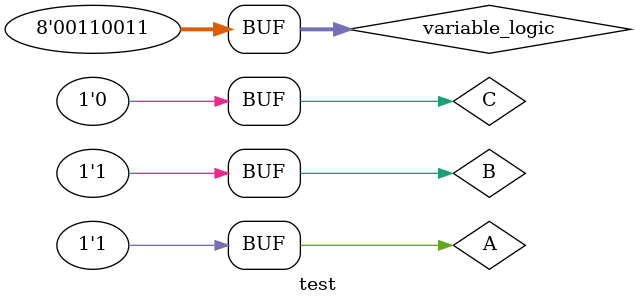
<source format=sv>
module test;
   reg [7:0] variable_logic;
   reg A, B, C;
   wire lut_out;
  
  LUT_3 lut(variable_logic,A,B,C,lut_out);
  
  initial begin 
    // Dump waves
    $dumpfile("dump.vcd");
    $dumpvars(1);
    variable_logic = 8'b00110011;
    A <= 1'b0;
    B <= 1'b0;
    C <= 1'b0;
    #5;
    A<=1'b1;
    #5;
    B<=1'b1;
    #5;
  end 
endmodule
</source>
